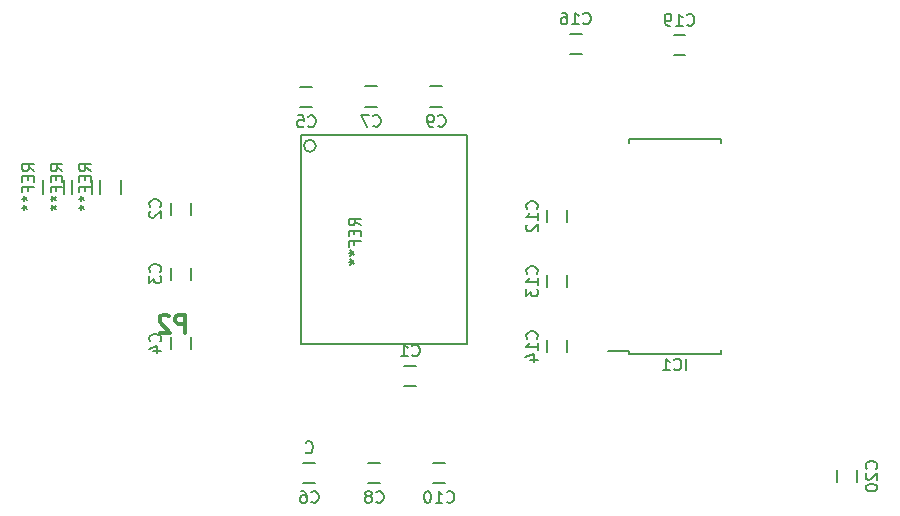
<source format=gbo>
G04 #@! TF.FileFunction,Legend,Bot*
%FSLAX46Y46*%
G04 Gerber Fmt 4.6, Leading zero omitted, Abs format (unit mm)*
G04 Created by KiCad (PCBNEW (after 2015-may-25 BZR unknown)-product) date 17/02/2017 21:19:06*
%MOMM*%
G01*
G04 APERTURE LIST*
%ADD10C,0.100000*%
%ADD11C,0.150000*%
%ADD12C,0.304800*%
G04 APERTURE END LIST*
D10*
D11*
X201456000Y-128176000D02*
G75*
G03X201456000Y-128176000I-508000J0D01*
G01*
X200186000Y-144940000D02*
X214283000Y-144940000D01*
X214283000Y-144940000D02*
X214283000Y-127287000D01*
X214283000Y-127287000D02*
X200186000Y-127287000D01*
X200186000Y-127287000D02*
X200186000Y-144940000D01*
X247300000Y-155650000D02*
X247300000Y-156650000D01*
X245600000Y-156650000D02*
X245600000Y-155650000D01*
X208950000Y-146800000D02*
X209950000Y-146800000D01*
X209950000Y-148500000D02*
X208950000Y-148500000D01*
X189150000Y-134000000D02*
X189150000Y-133000000D01*
X190850000Y-133000000D02*
X190850000Y-134000000D01*
X189150000Y-139500000D02*
X189150000Y-138500000D01*
X190850000Y-138500000D02*
X190850000Y-139500000D01*
X189150000Y-145400000D02*
X189150000Y-144400000D01*
X190850000Y-144400000D02*
X190850000Y-145400000D01*
X201150000Y-124900000D02*
X200150000Y-124900000D01*
X200150000Y-123200000D02*
X201150000Y-123200000D01*
X201400000Y-156700000D02*
X200400000Y-156700000D01*
X200400000Y-155000000D02*
X201400000Y-155000000D01*
X206650000Y-124850000D02*
X205650000Y-124850000D01*
X205650000Y-123150000D02*
X206650000Y-123150000D01*
X206900000Y-156700000D02*
X205900000Y-156700000D01*
X205900000Y-155000000D02*
X206900000Y-155000000D01*
X212150000Y-124850000D02*
X211150000Y-124850000D01*
X211150000Y-123150000D02*
X212150000Y-123150000D01*
X212400000Y-156700000D02*
X211400000Y-156700000D01*
X211400000Y-155000000D02*
X212400000Y-155000000D01*
X221050000Y-134650000D02*
X221050000Y-133650000D01*
X222750000Y-133650000D02*
X222750000Y-134650000D01*
X221050000Y-140150000D02*
X221050000Y-139150000D01*
X222750000Y-139150000D02*
X222750000Y-140150000D01*
X221050000Y-145650000D02*
X221050000Y-144650000D01*
X222750000Y-144650000D02*
X222750000Y-145650000D01*
X222950000Y-118700000D02*
X223950000Y-118700000D01*
X223950000Y-120400000D02*
X222950000Y-120400000D01*
X231750000Y-118800000D02*
X232750000Y-118800000D01*
X232750000Y-120500000D02*
X231750000Y-120500000D01*
X227981400Y-145812700D02*
X227981400Y-145562700D01*
X235731400Y-145812700D02*
X235731400Y-145467700D01*
X235731400Y-127562700D02*
X235731400Y-127907700D01*
X227981400Y-127562700D02*
X227981400Y-127907700D01*
X227981400Y-145812700D02*
X235731400Y-145812700D01*
X227981400Y-127562700D02*
X235731400Y-127562700D01*
X227981400Y-145562700D02*
X226156400Y-145562700D01*
X180125000Y-132250000D02*
X180125000Y-131050000D01*
X178375000Y-131050000D02*
X178375000Y-132250000D01*
X182525000Y-132250000D02*
X182525000Y-131050000D01*
X180775000Y-131050000D02*
X180775000Y-132250000D01*
X184925000Y-132250000D02*
X184925000Y-131050000D01*
X183175000Y-131050000D02*
X183175000Y-132250000D01*
X205235781Y-134919867D02*
X204759590Y-134586533D01*
X205235781Y-134348438D02*
X204235781Y-134348438D01*
X204235781Y-134729391D01*
X204283400Y-134824629D01*
X204331019Y-134872248D01*
X204426257Y-134919867D01*
X204569114Y-134919867D01*
X204664352Y-134872248D01*
X204711971Y-134824629D01*
X204759590Y-134729391D01*
X204759590Y-134348438D01*
X204711971Y-135348438D02*
X204711971Y-135681772D01*
X205235781Y-135824629D02*
X205235781Y-135348438D01*
X204235781Y-135348438D01*
X204235781Y-135824629D01*
X204711971Y-136586534D02*
X204711971Y-136253200D01*
X205235781Y-136253200D02*
X204235781Y-136253200D01*
X204235781Y-136729391D01*
X204235781Y-137253200D02*
X204473876Y-137253200D01*
X204378638Y-137015105D02*
X204473876Y-137253200D01*
X204378638Y-137491296D01*
X204664352Y-137110343D02*
X204473876Y-137253200D01*
X204664352Y-137396058D01*
X204235781Y-138015105D02*
X204473876Y-138015105D01*
X204378638Y-137777010D02*
X204473876Y-138015105D01*
X204378638Y-138253201D01*
X204664352Y-137872248D02*
X204473876Y-138015105D01*
X204664352Y-138157963D01*
X248907143Y-155507143D02*
X248954762Y-155459524D01*
X249002381Y-155316667D01*
X249002381Y-155221429D01*
X248954762Y-155078571D01*
X248859524Y-154983333D01*
X248764286Y-154935714D01*
X248573810Y-154888095D01*
X248430952Y-154888095D01*
X248240476Y-154935714D01*
X248145238Y-154983333D01*
X248050000Y-155078571D01*
X248002381Y-155221429D01*
X248002381Y-155316667D01*
X248050000Y-155459524D01*
X248097619Y-155507143D01*
X248097619Y-155888095D02*
X248050000Y-155935714D01*
X248002381Y-156030952D01*
X248002381Y-156269048D01*
X248050000Y-156364286D01*
X248097619Y-156411905D01*
X248192857Y-156459524D01*
X248288095Y-156459524D01*
X248430952Y-156411905D01*
X249002381Y-155840476D01*
X249002381Y-156459524D01*
X248002381Y-157078571D02*
X248002381Y-157173810D01*
X248050000Y-157269048D01*
X248097619Y-157316667D01*
X248192857Y-157364286D01*
X248383333Y-157411905D01*
X248621429Y-157411905D01*
X248811905Y-157364286D01*
X248907143Y-157316667D01*
X248954762Y-157269048D01*
X249002381Y-157173810D01*
X249002381Y-157078571D01*
X248954762Y-156983333D01*
X248907143Y-156935714D01*
X248811905Y-156888095D01*
X248621429Y-156840476D01*
X248383333Y-156840476D01*
X248192857Y-156888095D01*
X248097619Y-156935714D01*
X248050000Y-156983333D01*
X248002381Y-157078571D01*
X209616666Y-145907143D02*
X209664285Y-145954762D01*
X209807142Y-146002381D01*
X209902380Y-146002381D01*
X210045238Y-145954762D01*
X210140476Y-145859524D01*
X210188095Y-145764286D01*
X210235714Y-145573810D01*
X210235714Y-145430952D01*
X210188095Y-145240476D01*
X210140476Y-145145238D01*
X210045238Y-145050000D01*
X209902380Y-145002381D01*
X209807142Y-145002381D01*
X209664285Y-145050000D01*
X209616666Y-145097619D01*
X208664285Y-146002381D02*
X209235714Y-146002381D01*
X208950000Y-146002381D02*
X208950000Y-145002381D01*
X209045238Y-145145238D01*
X209140476Y-145240476D01*
X209235714Y-145288095D01*
X188257143Y-133333334D02*
X188304762Y-133285715D01*
X188352381Y-133142858D01*
X188352381Y-133047620D01*
X188304762Y-132904762D01*
X188209524Y-132809524D01*
X188114286Y-132761905D01*
X187923810Y-132714286D01*
X187780952Y-132714286D01*
X187590476Y-132761905D01*
X187495238Y-132809524D01*
X187400000Y-132904762D01*
X187352381Y-133047620D01*
X187352381Y-133142858D01*
X187400000Y-133285715D01*
X187447619Y-133333334D01*
X187447619Y-133714286D02*
X187400000Y-133761905D01*
X187352381Y-133857143D01*
X187352381Y-134095239D01*
X187400000Y-134190477D01*
X187447619Y-134238096D01*
X187542857Y-134285715D01*
X187638095Y-134285715D01*
X187780952Y-134238096D01*
X188352381Y-133666667D01*
X188352381Y-134285715D01*
D12*
X190350559Y-144002869D02*
X190350559Y-142478869D01*
X189818368Y-142478869D01*
X189685321Y-142551440D01*
X189618797Y-142624011D01*
X189552273Y-142769154D01*
X189552273Y-142986869D01*
X189618797Y-143132011D01*
X189685321Y-143204583D01*
X189818368Y-143277154D01*
X190350559Y-143277154D01*
X189020083Y-142624011D02*
X188953559Y-142551440D01*
X188820511Y-142478869D01*
X188487892Y-142478869D01*
X188354845Y-142551440D01*
X188288321Y-142624011D01*
X188221797Y-142769154D01*
X188221797Y-142914297D01*
X188288321Y-143132011D01*
X189086607Y-144002869D01*
X188221797Y-144002869D01*
D11*
X188257143Y-138833334D02*
X188304762Y-138785715D01*
X188352381Y-138642858D01*
X188352381Y-138547620D01*
X188304762Y-138404762D01*
X188209524Y-138309524D01*
X188114286Y-138261905D01*
X187923810Y-138214286D01*
X187780952Y-138214286D01*
X187590476Y-138261905D01*
X187495238Y-138309524D01*
X187400000Y-138404762D01*
X187352381Y-138547620D01*
X187352381Y-138642858D01*
X187400000Y-138785715D01*
X187447619Y-138833334D01*
X187352381Y-139166667D02*
X187352381Y-139785715D01*
X187733333Y-139452381D01*
X187733333Y-139595239D01*
X187780952Y-139690477D01*
X187828571Y-139738096D01*
X187923810Y-139785715D01*
X188161905Y-139785715D01*
X188257143Y-139738096D01*
X188304762Y-139690477D01*
X188352381Y-139595239D01*
X188352381Y-139309524D01*
X188304762Y-139214286D01*
X188257143Y-139166667D01*
X188257143Y-144733334D02*
X188304762Y-144685715D01*
X188352381Y-144542858D01*
X188352381Y-144447620D01*
X188304762Y-144304762D01*
X188209524Y-144209524D01*
X188114286Y-144161905D01*
X187923810Y-144114286D01*
X187780952Y-144114286D01*
X187590476Y-144161905D01*
X187495238Y-144209524D01*
X187400000Y-144304762D01*
X187352381Y-144447620D01*
X187352381Y-144542858D01*
X187400000Y-144685715D01*
X187447619Y-144733334D01*
X187685714Y-145590477D02*
X188352381Y-145590477D01*
X187304762Y-145352381D02*
X188019048Y-145114286D01*
X188019048Y-145733334D01*
X200816666Y-126507143D02*
X200864285Y-126554762D01*
X201007142Y-126602381D01*
X201102380Y-126602381D01*
X201245238Y-126554762D01*
X201340476Y-126459524D01*
X201388095Y-126364286D01*
X201435714Y-126173810D01*
X201435714Y-126030952D01*
X201388095Y-125840476D01*
X201340476Y-125745238D01*
X201245238Y-125650000D01*
X201102380Y-125602381D01*
X201007142Y-125602381D01*
X200864285Y-125650000D01*
X200816666Y-125697619D01*
X199911904Y-125602381D02*
X200388095Y-125602381D01*
X200435714Y-126078571D01*
X200388095Y-126030952D01*
X200292857Y-125983333D01*
X200054761Y-125983333D01*
X199959523Y-126030952D01*
X199911904Y-126078571D01*
X199864285Y-126173810D01*
X199864285Y-126411905D01*
X199911904Y-126507143D01*
X199959523Y-126554762D01*
X200054761Y-126602381D01*
X200292857Y-126602381D01*
X200388095Y-126554762D01*
X200435714Y-126507143D01*
X201066666Y-158307143D02*
X201114285Y-158354762D01*
X201257142Y-158402381D01*
X201352380Y-158402381D01*
X201495238Y-158354762D01*
X201590476Y-158259524D01*
X201638095Y-158164286D01*
X201685714Y-157973810D01*
X201685714Y-157830952D01*
X201638095Y-157640476D01*
X201590476Y-157545238D01*
X201495238Y-157450000D01*
X201352380Y-157402381D01*
X201257142Y-157402381D01*
X201114285Y-157450000D01*
X201066666Y-157497619D01*
X200209523Y-157402381D02*
X200400000Y-157402381D01*
X200495238Y-157450000D01*
X200542857Y-157497619D01*
X200638095Y-157640476D01*
X200685714Y-157830952D01*
X200685714Y-158211905D01*
X200638095Y-158307143D01*
X200590476Y-158354762D01*
X200495238Y-158402381D01*
X200304761Y-158402381D01*
X200209523Y-158354762D01*
X200161904Y-158307143D01*
X200114285Y-158211905D01*
X200114285Y-157973810D01*
X200161904Y-157878571D01*
X200209523Y-157830952D01*
X200304761Y-157783333D01*
X200495238Y-157783333D01*
X200590476Y-157830952D01*
X200638095Y-157878571D01*
X200685714Y-157973810D01*
X200590476Y-154107143D02*
X200638095Y-154154762D01*
X200780952Y-154202381D01*
X200876190Y-154202381D01*
X201019048Y-154154762D01*
X201114286Y-154059524D01*
X201161905Y-153964286D01*
X201209524Y-153773810D01*
X201209524Y-153630952D01*
X201161905Y-153440476D01*
X201114286Y-153345238D01*
X201019048Y-153250000D01*
X200876190Y-153202381D01*
X200780952Y-153202381D01*
X200638095Y-153250000D01*
X200590476Y-153297619D01*
X206316666Y-126457143D02*
X206364285Y-126504762D01*
X206507142Y-126552381D01*
X206602380Y-126552381D01*
X206745238Y-126504762D01*
X206840476Y-126409524D01*
X206888095Y-126314286D01*
X206935714Y-126123810D01*
X206935714Y-125980952D01*
X206888095Y-125790476D01*
X206840476Y-125695238D01*
X206745238Y-125600000D01*
X206602380Y-125552381D01*
X206507142Y-125552381D01*
X206364285Y-125600000D01*
X206316666Y-125647619D01*
X205983333Y-125552381D02*
X205316666Y-125552381D01*
X205745238Y-126552381D01*
X206566666Y-158307143D02*
X206614285Y-158354762D01*
X206757142Y-158402381D01*
X206852380Y-158402381D01*
X206995238Y-158354762D01*
X207090476Y-158259524D01*
X207138095Y-158164286D01*
X207185714Y-157973810D01*
X207185714Y-157830952D01*
X207138095Y-157640476D01*
X207090476Y-157545238D01*
X206995238Y-157450000D01*
X206852380Y-157402381D01*
X206757142Y-157402381D01*
X206614285Y-157450000D01*
X206566666Y-157497619D01*
X205995238Y-157830952D02*
X206090476Y-157783333D01*
X206138095Y-157735714D01*
X206185714Y-157640476D01*
X206185714Y-157592857D01*
X206138095Y-157497619D01*
X206090476Y-157450000D01*
X205995238Y-157402381D01*
X205804761Y-157402381D01*
X205709523Y-157450000D01*
X205661904Y-157497619D01*
X205614285Y-157592857D01*
X205614285Y-157640476D01*
X205661904Y-157735714D01*
X205709523Y-157783333D01*
X205804761Y-157830952D01*
X205995238Y-157830952D01*
X206090476Y-157878571D01*
X206138095Y-157926190D01*
X206185714Y-158021429D01*
X206185714Y-158211905D01*
X206138095Y-158307143D01*
X206090476Y-158354762D01*
X205995238Y-158402381D01*
X205804761Y-158402381D01*
X205709523Y-158354762D01*
X205661904Y-158307143D01*
X205614285Y-158211905D01*
X205614285Y-158021429D01*
X205661904Y-157926190D01*
X205709523Y-157878571D01*
X205804761Y-157830952D01*
X211816666Y-126457143D02*
X211864285Y-126504762D01*
X212007142Y-126552381D01*
X212102380Y-126552381D01*
X212245238Y-126504762D01*
X212340476Y-126409524D01*
X212388095Y-126314286D01*
X212435714Y-126123810D01*
X212435714Y-125980952D01*
X212388095Y-125790476D01*
X212340476Y-125695238D01*
X212245238Y-125600000D01*
X212102380Y-125552381D01*
X212007142Y-125552381D01*
X211864285Y-125600000D01*
X211816666Y-125647619D01*
X211340476Y-126552381D02*
X211150000Y-126552381D01*
X211054761Y-126504762D01*
X211007142Y-126457143D01*
X210911904Y-126314286D01*
X210864285Y-126123810D01*
X210864285Y-125742857D01*
X210911904Y-125647619D01*
X210959523Y-125600000D01*
X211054761Y-125552381D01*
X211245238Y-125552381D01*
X211340476Y-125600000D01*
X211388095Y-125647619D01*
X211435714Y-125742857D01*
X211435714Y-125980952D01*
X211388095Y-126076190D01*
X211340476Y-126123810D01*
X211245238Y-126171429D01*
X211054761Y-126171429D01*
X210959523Y-126123810D01*
X210911904Y-126076190D01*
X210864285Y-125980952D01*
X212542857Y-158307143D02*
X212590476Y-158354762D01*
X212733333Y-158402381D01*
X212828571Y-158402381D01*
X212971429Y-158354762D01*
X213066667Y-158259524D01*
X213114286Y-158164286D01*
X213161905Y-157973810D01*
X213161905Y-157830952D01*
X213114286Y-157640476D01*
X213066667Y-157545238D01*
X212971429Y-157450000D01*
X212828571Y-157402381D01*
X212733333Y-157402381D01*
X212590476Y-157450000D01*
X212542857Y-157497619D01*
X211590476Y-158402381D02*
X212161905Y-158402381D01*
X211876191Y-158402381D02*
X211876191Y-157402381D01*
X211971429Y-157545238D01*
X212066667Y-157640476D01*
X212161905Y-157688095D01*
X210971429Y-157402381D02*
X210876190Y-157402381D01*
X210780952Y-157450000D01*
X210733333Y-157497619D01*
X210685714Y-157592857D01*
X210638095Y-157783333D01*
X210638095Y-158021429D01*
X210685714Y-158211905D01*
X210733333Y-158307143D01*
X210780952Y-158354762D01*
X210876190Y-158402381D01*
X210971429Y-158402381D01*
X211066667Y-158354762D01*
X211114286Y-158307143D01*
X211161905Y-158211905D01*
X211209524Y-158021429D01*
X211209524Y-157783333D01*
X211161905Y-157592857D01*
X211114286Y-157497619D01*
X211066667Y-157450000D01*
X210971429Y-157402381D01*
X220157143Y-133507143D02*
X220204762Y-133459524D01*
X220252381Y-133316667D01*
X220252381Y-133221429D01*
X220204762Y-133078571D01*
X220109524Y-132983333D01*
X220014286Y-132935714D01*
X219823810Y-132888095D01*
X219680952Y-132888095D01*
X219490476Y-132935714D01*
X219395238Y-132983333D01*
X219300000Y-133078571D01*
X219252381Y-133221429D01*
X219252381Y-133316667D01*
X219300000Y-133459524D01*
X219347619Y-133507143D01*
X220252381Y-134459524D02*
X220252381Y-133888095D01*
X220252381Y-134173809D02*
X219252381Y-134173809D01*
X219395238Y-134078571D01*
X219490476Y-133983333D01*
X219538095Y-133888095D01*
X219347619Y-134840476D02*
X219300000Y-134888095D01*
X219252381Y-134983333D01*
X219252381Y-135221429D01*
X219300000Y-135316667D01*
X219347619Y-135364286D01*
X219442857Y-135411905D01*
X219538095Y-135411905D01*
X219680952Y-135364286D01*
X220252381Y-134792857D01*
X220252381Y-135411905D01*
X220157143Y-139007143D02*
X220204762Y-138959524D01*
X220252381Y-138816667D01*
X220252381Y-138721429D01*
X220204762Y-138578571D01*
X220109524Y-138483333D01*
X220014286Y-138435714D01*
X219823810Y-138388095D01*
X219680952Y-138388095D01*
X219490476Y-138435714D01*
X219395238Y-138483333D01*
X219300000Y-138578571D01*
X219252381Y-138721429D01*
X219252381Y-138816667D01*
X219300000Y-138959524D01*
X219347619Y-139007143D01*
X220252381Y-139959524D02*
X220252381Y-139388095D01*
X220252381Y-139673809D02*
X219252381Y-139673809D01*
X219395238Y-139578571D01*
X219490476Y-139483333D01*
X219538095Y-139388095D01*
X219252381Y-140292857D02*
X219252381Y-140911905D01*
X219633333Y-140578571D01*
X219633333Y-140721429D01*
X219680952Y-140816667D01*
X219728571Y-140864286D01*
X219823810Y-140911905D01*
X220061905Y-140911905D01*
X220157143Y-140864286D01*
X220204762Y-140816667D01*
X220252381Y-140721429D01*
X220252381Y-140435714D01*
X220204762Y-140340476D01*
X220157143Y-140292857D01*
X220157143Y-144507143D02*
X220204762Y-144459524D01*
X220252381Y-144316667D01*
X220252381Y-144221429D01*
X220204762Y-144078571D01*
X220109524Y-143983333D01*
X220014286Y-143935714D01*
X219823810Y-143888095D01*
X219680952Y-143888095D01*
X219490476Y-143935714D01*
X219395238Y-143983333D01*
X219300000Y-144078571D01*
X219252381Y-144221429D01*
X219252381Y-144316667D01*
X219300000Y-144459524D01*
X219347619Y-144507143D01*
X220252381Y-145459524D02*
X220252381Y-144888095D01*
X220252381Y-145173809D02*
X219252381Y-145173809D01*
X219395238Y-145078571D01*
X219490476Y-144983333D01*
X219538095Y-144888095D01*
X219585714Y-146316667D02*
X220252381Y-146316667D01*
X219204762Y-146078571D02*
X219919048Y-145840476D01*
X219919048Y-146459524D01*
X224092857Y-117807143D02*
X224140476Y-117854762D01*
X224283333Y-117902381D01*
X224378571Y-117902381D01*
X224521429Y-117854762D01*
X224616667Y-117759524D01*
X224664286Y-117664286D01*
X224711905Y-117473810D01*
X224711905Y-117330952D01*
X224664286Y-117140476D01*
X224616667Y-117045238D01*
X224521429Y-116950000D01*
X224378571Y-116902381D01*
X224283333Y-116902381D01*
X224140476Y-116950000D01*
X224092857Y-116997619D01*
X223140476Y-117902381D02*
X223711905Y-117902381D01*
X223426191Y-117902381D02*
X223426191Y-116902381D01*
X223521429Y-117045238D01*
X223616667Y-117140476D01*
X223711905Y-117188095D01*
X222283333Y-116902381D02*
X222473810Y-116902381D01*
X222569048Y-116950000D01*
X222616667Y-116997619D01*
X222711905Y-117140476D01*
X222759524Y-117330952D01*
X222759524Y-117711905D01*
X222711905Y-117807143D01*
X222664286Y-117854762D01*
X222569048Y-117902381D01*
X222378571Y-117902381D01*
X222283333Y-117854762D01*
X222235714Y-117807143D01*
X222188095Y-117711905D01*
X222188095Y-117473810D01*
X222235714Y-117378571D01*
X222283333Y-117330952D01*
X222378571Y-117283333D01*
X222569048Y-117283333D01*
X222664286Y-117330952D01*
X222711905Y-117378571D01*
X222759524Y-117473810D01*
X232892857Y-117907143D02*
X232940476Y-117954762D01*
X233083333Y-118002381D01*
X233178571Y-118002381D01*
X233321429Y-117954762D01*
X233416667Y-117859524D01*
X233464286Y-117764286D01*
X233511905Y-117573810D01*
X233511905Y-117430952D01*
X233464286Y-117240476D01*
X233416667Y-117145238D01*
X233321429Y-117050000D01*
X233178571Y-117002381D01*
X233083333Y-117002381D01*
X232940476Y-117050000D01*
X232892857Y-117097619D01*
X231940476Y-118002381D02*
X232511905Y-118002381D01*
X232226191Y-118002381D02*
X232226191Y-117002381D01*
X232321429Y-117145238D01*
X232416667Y-117240476D01*
X232511905Y-117288095D01*
X231464286Y-118002381D02*
X231273810Y-118002381D01*
X231178571Y-117954762D01*
X231130952Y-117907143D01*
X231035714Y-117764286D01*
X230988095Y-117573810D01*
X230988095Y-117192857D01*
X231035714Y-117097619D01*
X231083333Y-117050000D01*
X231178571Y-117002381D01*
X231369048Y-117002381D01*
X231464286Y-117050000D01*
X231511905Y-117097619D01*
X231559524Y-117192857D01*
X231559524Y-117430952D01*
X231511905Y-117526190D01*
X231464286Y-117573810D01*
X231369048Y-117621429D01*
X231178571Y-117621429D01*
X231083333Y-117573810D01*
X231035714Y-117526190D01*
X230988095Y-117430952D01*
X232832590Y-147190081D02*
X232832590Y-146190081D01*
X231784971Y-147094843D02*
X231832590Y-147142462D01*
X231975447Y-147190081D01*
X232070685Y-147190081D01*
X232213543Y-147142462D01*
X232308781Y-147047224D01*
X232356400Y-146951986D01*
X232404019Y-146761510D01*
X232404019Y-146618652D01*
X232356400Y-146428176D01*
X232308781Y-146332938D01*
X232213543Y-146237700D01*
X232070685Y-146190081D01*
X231975447Y-146190081D01*
X231832590Y-146237700D01*
X231784971Y-146285319D01*
X230832590Y-147190081D02*
X231404019Y-147190081D01*
X231118305Y-147190081D02*
X231118305Y-146190081D01*
X231213543Y-146332938D01*
X231308781Y-146428176D01*
X231404019Y-146475795D01*
X177602381Y-130316667D02*
X177126190Y-129983333D01*
X177602381Y-129745238D02*
X176602381Y-129745238D01*
X176602381Y-130126191D01*
X176650000Y-130221429D01*
X176697619Y-130269048D01*
X176792857Y-130316667D01*
X176935714Y-130316667D01*
X177030952Y-130269048D01*
X177078571Y-130221429D01*
X177126190Y-130126191D01*
X177126190Y-129745238D01*
X177078571Y-130745238D02*
X177078571Y-131078572D01*
X177602381Y-131221429D02*
X177602381Y-130745238D01*
X176602381Y-130745238D01*
X176602381Y-131221429D01*
X177078571Y-131983334D02*
X177078571Y-131650000D01*
X177602381Y-131650000D02*
X176602381Y-131650000D01*
X176602381Y-132126191D01*
X176602381Y-132650000D02*
X176840476Y-132650000D01*
X176745238Y-132411905D02*
X176840476Y-132650000D01*
X176745238Y-132888096D01*
X177030952Y-132507143D02*
X176840476Y-132650000D01*
X177030952Y-132792858D01*
X176602381Y-133411905D02*
X176840476Y-133411905D01*
X176745238Y-133173810D02*
X176840476Y-133411905D01*
X176745238Y-133650001D01*
X177030952Y-133269048D02*
X176840476Y-133411905D01*
X177030952Y-133554763D01*
X180002381Y-130316667D02*
X179526190Y-129983333D01*
X180002381Y-129745238D02*
X179002381Y-129745238D01*
X179002381Y-130126191D01*
X179050000Y-130221429D01*
X179097619Y-130269048D01*
X179192857Y-130316667D01*
X179335714Y-130316667D01*
X179430952Y-130269048D01*
X179478571Y-130221429D01*
X179526190Y-130126191D01*
X179526190Y-129745238D01*
X179478571Y-130745238D02*
X179478571Y-131078572D01*
X180002381Y-131221429D02*
X180002381Y-130745238D01*
X179002381Y-130745238D01*
X179002381Y-131221429D01*
X179478571Y-131983334D02*
X179478571Y-131650000D01*
X180002381Y-131650000D02*
X179002381Y-131650000D01*
X179002381Y-132126191D01*
X179002381Y-132650000D02*
X179240476Y-132650000D01*
X179145238Y-132411905D02*
X179240476Y-132650000D01*
X179145238Y-132888096D01*
X179430952Y-132507143D02*
X179240476Y-132650000D01*
X179430952Y-132792858D01*
X179002381Y-133411905D02*
X179240476Y-133411905D01*
X179145238Y-133173810D02*
X179240476Y-133411905D01*
X179145238Y-133650001D01*
X179430952Y-133269048D02*
X179240476Y-133411905D01*
X179430952Y-133554763D01*
X182402381Y-130316667D02*
X181926190Y-129983333D01*
X182402381Y-129745238D02*
X181402381Y-129745238D01*
X181402381Y-130126191D01*
X181450000Y-130221429D01*
X181497619Y-130269048D01*
X181592857Y-130316667D01*
X181735714Y-130316667D01*
X181830952Y-130269048D01*
X181878571Y-130221429D01*
X181926190Y-130126191D01*
X181926190Y-129745238D01*
X181878571Y-130745238D02*
X181878571Y-131078572D01*
X182402381Y-131221429D02*
X182402381Y-130745238D01*
X181402381Y-130745238D01*
X181402381Y-131221429D01*
X181878571Y-131983334D02*
X181878571Y-131650000D01*
X182402381Y-131650000D02*
X181402381Y-131650000D01*
X181402381Y-132126191D01*
X181402381Y-132650000D02*
X181640476Y-132650000D01*
X181545238Y-132411905D02*
X181640476Y-132650000D01*
X181545238Y-132888096D01*
X181830952Y-132507143D02*
X181640476Y-132650000D01*
X181830952Y-132792858D01*
X181402381Y-133411905D02*
X181640476Y-133411905D01*
X181545238Y-133173810D02*
X181640476Y-133411905D01*
X181545238Y-133650001D01*
X181830952Y-133269048D02*
X181640476Y-133411905D01*
X181830952Y-133554763D01*
M02*

</source>
